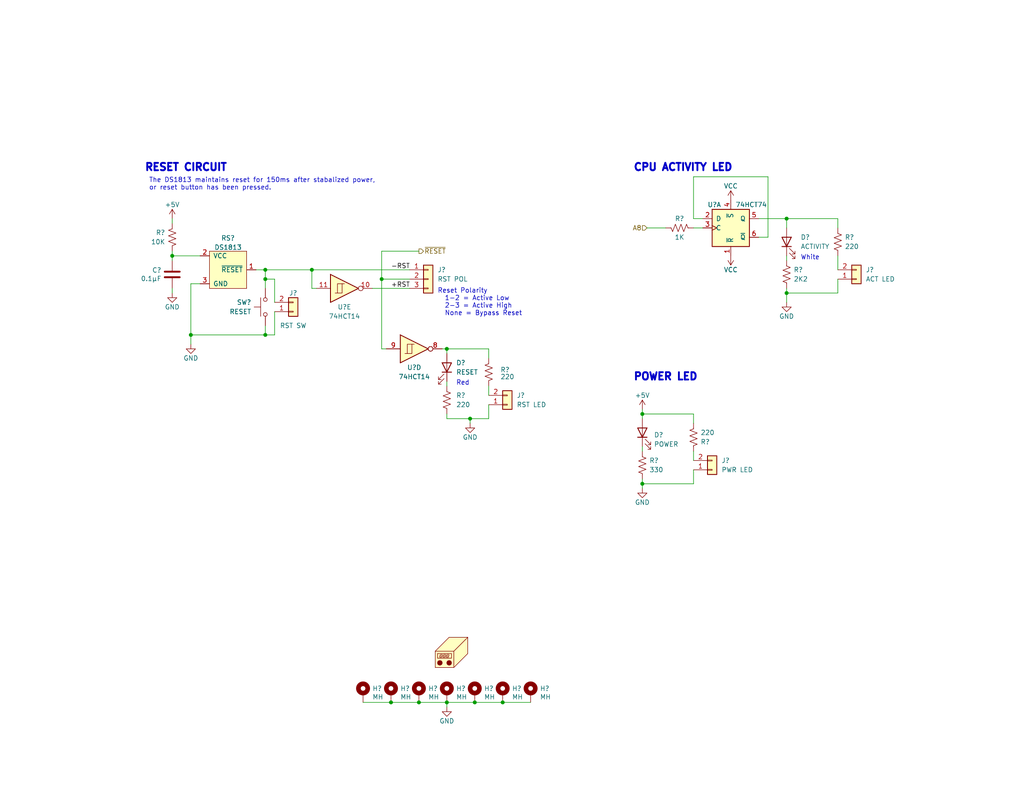
<source format=kicad_sch>
(kicad_sch (version 20230121) (generator eeschema)
  (paper "USLetter")
  (title_block (date "2023-08-12") (rev "2.1") (company "Frederic Segard  (@microhobbyist)"))
  (lib_symbols
    (symbol "0_Library:DS1813" (pin_names (offset 1.016))
      (property "Reference" "RS" (at 0 2.54 0))
      (property "Value" "DS1813" (at 0 0 0))
      (symbol "DS1813_0_1"
        (rectangle (start 5.08 -1.27) (end -5.08 -11.43) (fill (type background)))
      )
      (symbol "DS1813_1_1"
        (pin output line (at 7.62 -6.35 180) (length 2.54) (name "~{RESET}") (number "1"))
        (pin input line (at -7.62 -2.54 0) (length 2.54) (name "VCC") (number "2"))
        (pin power_in line (at -7.62 -10.16 0) (length 2.54) (name "GND") (number "3"))
      )
    )
    (symbol "74xx:74HC14" (pin_names (offset 1.016))
      (property "Reference" "U" (at 0 1.27 0))
      (property "Value" "74HC14" (at 0 -1.27 0))
      (symbol "74HC14_1_0"
        (polyline (pts (xy -3.81 3.81) (xy -3.81 -3.81) (xy 3.81 0) (xy -3.81 3.81)) (stroke (width 0.254)) (fill (type background)))
        (pin input line (at -7.62 0 0) (length 3.81) (name "~") (number "1"))
        (pin output inverted (at 7.62 0 180) (length 3.81) (name "~") (number "2"))
      )
      (symbol "74HC14_1_1"
        (polyline (pts (xy -1.905 -1.27) (xy -1.905 1.27) (xy -0.635 1.27)))
        (polyline (pts (xy -2.54 -1.27) (xy -0.635 -1.27) (xy -0.635 1.27) (xy 0 1.27)))
      )
      (symbol "74HC14_2_0"
        (polyline (pts (xy -3.81 3.81) (xy -3.81 -3.81) (xy 3.81 0) (xy -3.81 3.81)) (stroke (width 0.254)) (fill (type background)))
        (pin input line (at -7.62 0 0) (length 3.81) (name "~") (number "3"))
        (pin output inverted (at 7.62 0 180) (length 3.81) (name "~") (number "4"))
      )
      (symbol "74HC14_2_1"
        (polyline (pts (xy -1.905 -1.27) (xy -1.905 1.27) (xy -0.635 1.27)))
        (polyline (pts (xy -2.54 -1.27) (xy -0.635 -1.27) (xy -0.635 1.27) (xy 0 1.27)))
      )
      (symbol "74HC14_3_0"
        (polyline (pts (xy -3.81 3.81) (xy -3.81 -3.81) (xy 3.81 0) (xy -3.81 3.81)) (stroke (width 0.254)) (fill (type background)))
        (pin input line (at -7.62 0 0) (length 3.81) (name "~") (number "5"))
        (pin output inverted (at 7.62 0 180) (length 3.81) (name "~") (number "6"))
      )
      (symbol "74HC14_3_1"
        (polyline (pts (xy -1.905 -1.27) (xy -1.905 1.27) (xy -0.635 1.27)))
        (polyline (pts (xy -2.54 -1.27) (xy -0.635 -1.27) (xy -0.635 1.27) (xy 0 1.27)))
      )
      (symbol "74HC14_4_0"
        (polyline (pts (xy -3.81 3.81) (xy -3.81 -3.81) (xy 3.81 0) (xy -3.81 3.81)) (stroke (width 0.254)) (fill (type background)))
        (pin output inverted (at 7.62 0 180) (length 3.81) (name "~") (number "8"))
        (pin input line (at -7.62 0 0) (length 3.81) (name "~") (number "9"))
      )
      (symbol "74HC14_4_1"
        (polyline (pts (xy -1.905 -1.27) (xy -1.905 1.27) (xy -0.635 1.27)))
        (polyline (pts (xy -2.54 -1.27) (xy -0.635 -1.27) (xy -0.635 1.27) (xy 0 1.27)))
      )
      (symbol "74HC14_5_0"
        (polyline (pts (xy -3.81 3.81) (xy -3.81 -3.81) (xy 3.81 0) (xy -3.81 3.81)) (stroke (width 0.254)) (fill (type background)))
        (pin output inverted (at 7.62 0 180) (length 3.81) (name "~") (number "10"))
        (pin input line (at -7.62 0 0) (length 3.81) (name "~") (number "11"))
      )
      (symbol "74HC14_5_1"
        (polyline (pts (xy -1.905 -1.27) (xy -1.905 1.27) (xy -0.635 1.27)))
        (polyline (pts (xy -2.54 -1.27) (xy -0.635 -1.27) (xy -0.635 1.27) (xy 0 1.27)))
      )
      (symbol "74HC14_6_0"
        (polyline (pts (xy -3.81 3.81) (xy -3.81 -3.81) (xy 3.81 0) (xy -3.81 3.81)) (stroke (width 0.254)) (fill (type background)))
        (pin output inverted (at 7.62 0 180) (length 3.81) (name "~") (number "12"))
        (pin input line (at -7.62 0 0) (length 3.81) (name "~") (number "13"))
      )
      (symbol "74HC14_6_1"
        (polyline (pts (xy -1.905 -1.27) (xy -1.905 1.27) (xy -0.635 1.27)))
        (polyline (pts (xy -2.54 -1.27) (xy -0.635 -1.27) (xy -0.635 1.27) (xy 0 1.27)))
      )
      (symbol "74HC14_7_0"
        (pin power_in line (at 0 12.7 270) (length 5.08) (name "VCC") (number "14"))
        (pin power_in line (at 0 -12.7 90) (length 5.08) (name "GND") (number "7"))
      )
      (symbol "74HC14_7_1"
        (rectangle (start -5.08 7.62) (end 5.08 -7.62) (stroke (width 0.254)) (fill (type background)))
      )
    )
    (symbol "74xx:74HC74" (pin_names (offset 1.016))
      (property "Reference" "U" (at -7.62 8.89 0))
      (property "Value" "74HC74" (at -7.62 -8.89 0))
      (symbol "74HC74_1_0"
        (pin input line (at 0 -7.62 90) (length 2.54) (name "~{R}") (number "1"))
        (pin input line (at -7.62 2.54 0) (length 2.54) (name "D") (number "2"))
        (pin input clock (at -7.62 0 0) (length 2.54) (name "C") (number "3"))
        (pin input line (at 0 7.62 270) (length 2.54) (name "~{S}") (number "4"))
        (pin output line (at 7.62 2.54 180) (length 2.54) (name "Q") (number "5"))
        (pin output line (at 7.62 -2.54 180) (length 2.54) (name "~{Q}") (number "6"))
      )
      (symbol "74HC74_1_1"
        (rectangle (start -5.08 5.08) (end 5.08 -5.08) (stroke (width 0.254)) (fill (type background)))
      )
      (symbol "74HC74_2_0"
        (pin input line (at 0 7.62 270) (length 2.54) (name "~{S}") (number "10"))
        (pin input clock (at -7.62 0 0) (length 2.54) (name "C") (number "11"))
        (pin input line (at -7.62 2.54 0) (length 2.54) (name "D") (number "12"))
        (pin input line (at 0 -7.62 90) (length 2.54) (name "~{R}") (number "13"))
        (pin output line (at 7.62 -2.54 180) (length 2.54) (name "~{Q}") (number "8"))
        (pin output line (at 7.62 2.54 180) (length 2.54) (name "Q") (number "9"))
      )
      (symbol "74HC74_2_1"
        (rectangle (start -5.08 5.08) (end 5.08 -5.08) (stroke (width 0.254)) (fill (type background)))
      )
      (symbol "74HC74_3_0"
        (pin power_in line (at 0 10.16 270) (length 2.54) (name "VCC") (number "14"))
        (pin power_in line (at 0 -10.16 90) (length 2.54) (name "GND") (number "7"))
      )
      (symbol "74HC74_3_1"
        (rectangle (start -5.08 7.62) (end 5.08 -7.62) (stroke (width 0.254)) (fill (type background)))
      )
    )
    (symbol "Connector_Generic:Conn_01x02" (pin_names (offset 1.016) hide)
      (property "Reference" "J" (at 0 2.54 0))
      (property "Value" "Conn_01x02" (at 0 -5.08 0))
      (symbol "Conn_01x02_1_1"
        (rectangle (start -1.27 -2.413) (end 0 -2.667) (stroke (width 0.1524)))
        (rectangle (start -1.27 0.127) (end 0 -0.127) (stroke (width 0.1524)))
        (rectangle (start -1.27 1.27) (end 1.27 -3.81) (stroke (width 0.254)) (fill (type background)))
        (pin passive line (at -5.08 0 0) (length 3.81) (name "Pin_1") (number "1"))
        (pin passive line (at -5.08 -2.54 0) (length 3.81) (name "Pin_2") (number "2"))
      )
    )
    (symbol "Connector_Generic:Conn_01x03" (pin_names (offset 1.016) hide)
      (property "Reference" "J" (at 0 5.08 0))
      (property "Value" "Conn_01x03" (at 0 -5.08 0))
      (symbol "Conn_01x03_1_1"
        (rectangle (start -1.27 -2.413) (end 0 -2.667) (stroke (width 0.1524)))
        (rectangle (start -1.27 0.127) (end 0 -0.127) (stroke (width 0.1524)))
        (rectangle (start -1.27 2.667) (end 0 2.413) (stroke (width 0.1524)))
        (rectangle (start -1.27 3.81) (end 1.27 -3.81) (stroke (width 0.254)) (fill (type background)))
        (pin passive line (at -5.08 2.54 0) (length 3.81) (name "Pin_1") (number "1"))
        (pin passive line (at -5.08 0 0) (length 3.81) (name "Pin_2") (number "2"))
        (pin passive line (at -5.08 -2.54 0) (length 3.81) (name "Pin_3") (number "3"))
      )
    )
    (symbol "Device:C" (pin_numbers hide) (pin_names (offset 0.254))
      (property "Reference" "C" (at 0.635 2.54 0))
      (property "Value" "C" (at 0.635 -2.54 0))
      (symbol "C_0_1"
        (polyline (pts (xy -2.032 -0.762) (xy 2.032 -0.762)) (stroke (width 0.508)))
        (polyline (pts (xy -2.032 0.762) (xy 2.032 0.762)) (stroke (width 0.508)))
      )
      (symbol "C_1_1"
        (pin passive line (at 0 3.81 270) (length 2.794) (name "~") (number "1"))
        (pin passive line (at 0 -3.81 90) (length 2.794) (name "~") (number "2"))
      )
    )
    (symbol "Device:LED" (pin_numbers hide) (pin_names (offset 1.016) hide)
      (property "Reference" "D" (at 0 2.54 0))
      (property "Value" "LED" (at 0 -2.54 0))
      (symbol "LED_0_1"
        (polyline (pts (xy -1.27 -1.27) (xy -1.27 1.27)) (stroke (width 0.254)))
        (polyline (pts (xy -1.27 0) (xy 1.27 0)))
        (polyline (pts (xy 1.27 -1.27) (xy 1.27 1.27) (xy -1.27 0) (xy 1.27 -1.27)) (stroke (width 0.254)))
        (polyline (pts (xy -3.048 -0.762) (xy -4.572 -2.286) (xy -3.81 -2.286) (xy -4.572 -2.286) (xy -4.572 -1.524)))
        (polyline (pts (xy -1.778 -0.762) (xy -3.302 -2.286) (xy -2.54 -2.286) (xy -3.302 -2.286) (xy -3.302 -1.524)))
      )
      (symbol "LED_1_1"
        (pin passive line (at -3.81 0 0) (length 2.54) (name "K") (number "1"))
        (pin passive line (at 3.81 0 180) (length 2.54) (name "A") (number "2"))
      )
    )
    (symbol "Device:R_US" (pin_numbers hide) (pin_names (offset 0))
      (property "Reference" "R" (at 2.54 0 90))
      (property "Value" "R_US" (at -2.54 0 90))
      (symbol "R_US_0_1"
        (polyline (pts (xy 0 -2.286) (xy 0 -2.54)))
        (polyline (pts (xy 0 2.286) (xy 0 2.54)))
        (polyline (pts (xy 0 -0.762) (xy 1.016 -1.143) (xy 0 -1.524) (xy -1.016 -1.905) (xy 0 -2.286)))
        (polyline (pts (xy 0 0.762) (xy 1.016 0.381) (xy 0 0) (xy -1.016 -0.381) (xy 0 -0.762)))
        (polyline (pts (xy 0 2.286) (xy 1.016 1.905) (xy 0 1.524) (xy -1.016 1.143) (xy 0 0.762)))
      )
      (symbol "R_US_1_1"
        (pin passive line (at 0 3.81 270) (length 1.27) (name "~") (number "1"))
        (pin passive line (at 0 -3.81 90) (length 1.27) (name "~") (number "2"))
      )
    )
    (symbol "GND_12" (power) (pin_names (offset 0))
      (property "Value" "GND_12" (at 0 -3.81 0))
      (symbol "GND_12_0_1"
        (polyline (pts (xy 0 0) (xy 0 -1.27) (xy 1.27 -1.27) (xy 0 -2.54) (xy -1.27 -1.27) (xy 0 -1.27)))
      )
      (symbol "GND_12_1_1"
        (pin power_in line (at 0 0 270) (length 0) hide (name "GND") (number "1"))
      )
    )
    (symbol "GND_2" (power) (pin_names (offset 0))
      (property "Value" "GND_2" (at 0 -3.81 0))
      (symbol "GND_2_0_1"
        (polyline (pts (xy 0 0) (xy 0 -1.27) (xy 1.27 -1.27) (xy 0 -2.54) (xy -1.27 -1.27) (xy 0 -1.27)))
      )
      (symbol "GND_2_1_1"
        (pin power_in line (at 0 0 270) (length 0) hide (name "GND") (number "1"))
      )
    )
    (symbol "GND_6" (power) (pin_names (offset 0))
      (property "Value" "GND_6" (at 0 -3.81 0))
      (symbol "GND_6_0_1"
        (polyline (pts (xy 0 0) (xy 0 -1.27) (xy 1.27 -1.27) (xy 0 -2.54) (xy -1.27 -1.27) (xy 0 -1.27)))
      )
      (symbol "GND_6_1_1"
        (pin power_in line (at 0 0 270) (length 0) hide (name "GND") (number "1"))
      )
    )
    (symbol "Mechanical:Housing" (pin_names (offset 1.016))
      (property "Reference" "N" (at 3.81 0 0))
      (property "Value" "Housing" (at 3.81 -1.905 0))
      (symbol "Housing_0_1"
        (rectangle (start -5.08 -0.635) (end -1.27 -1.905))
        (circle (center -4.445 -3.175) (radius 0.635) (fill (type outline)))
        (circle (center -1.905 -3.175) (radius 0.635) (fill (type outline)))
        (polyline (pts (xy -4.5212 -1.5748) (xy -4.4704 -1.3716)))
        (polyline (pts (xy -4.4196 -1.6764) (xy -4.064 -1.6764)))
        (polyline (pts (xy -4.4196 -1.2192) (xy -4.3688 -0.9652)))
        (polyline (pts (xy -4.318 -1.3208) (xy -4.0132 -1.3208)))
        (polyline (pts (xy -4.2164 -0.9144) (xy -3.9116 -0.9144)))
        (polyline (pts (xy -3.9116 -1.6256) (xy -3.8608 -1.3716)))
        (polyline (pts (xy -3.81 -1.2192) (xy -3.7592 -0.9652)))
        (polyline (pts (xy -3.6068 -1.5748) (xy -3.556 -1.3716)))
        (polyline (pts (xy -3.5052 -1.6764) (xy -3.1496 -1.6764)))
        (polyline (pts (xy -3.5052 -1.2192) (xy -3.4544 -0.9652)))
        (polyline (pts (xy -3.4036 -1.3208) (xy -3.0988 -1.3208)))
        (polyline (pts (xy -3.302 -0.9144) (xy -2.9972 -0.9144)))
        (polyline (pts (xy -2.9972 -1.6256) (xy -2.9464 -1.3716)))
        (polyline (pts (xy -2.8956 -1.2192) (xy -2.8448 -0.9652)))
        (polyline (pts (xy -2.6924 -1.5748) (xy -2.6416 -1.3716)))
        (polyline (pts (xy -2.5908 -1.6764) (xy -2.2352 -1.6764)))
        (polyline (pts (xy -2.5908 -1.2192) (xy -2.54 -0.9652)))
        (polyline (pts (xy -2.4892 -1.3208) (xy -2.1844 -1.3208)))
        (polyline (pts (xy -2.3876 -0.9144) (xy -2.0828 -0.9144)))
        (polyline (pts (xy -2.0828 -1.6256) (xy -2.032 -1.3716)))
        (polyline (pts (xy -1.9812 -1.2192) (xy -1.9304 -0.9652)))
        (polyline (pts (xy -0.635 0) (xy -0.635 -4.445)))
        (polyline (pts (xy -5.715 0) (xy -0.635 0) (xy 3.175 3.81)))
        (polyline (pts (xy -5.715 0) (xy -5.715 -4.445) (xy -0.635 -4.445) (xy 3.175 -0.635) (xy 3.175 3.81) (xy -1.905 3.81) (xy -5.715 0)) (fill (type background)))
      )
    )
    (symbol "Mechanical:MountingHole_Pad" (pin_numbers hide) (pin_names (offset 1.016) hide)
      (property "Reference" "H" (at 0 6.35 0))
      (property "Value" "MountingHole_Pad" (at 0 4.445 0))
      (symbol "MountingHole_Pad_0_1"
        (circle (center 0 1.27) (radius 1.27) (stroke (width 1.27)))
      )
      (symbol "MountingHole_Pad_1_1"
        (pin input line (at 0 -2.54 90) (length 2.54) (name "1") (number "1"))
      )
    )
    (symbol "Switch:SW_Push" (pin_numbers hide) (pin_names (offset 1.016) hide)
      (property "Reference" "SW" (at 1.27 2.54 0))
      (property "Value" "SW_Push" (at 0 -1.524 0))
      (symbol "SW_Push_0_1"
        (circle (center -2.032 0) (radius 0.508))
        (polyline (pts (xy 0 1.27) (xy 0 3.048)))
        (polyline (pts (xy 2.54 1.27) (xy -2.54 1.27)))
        (circle (center 2.032 0) (radius 0.508))
        (pin passive line (at -5.08 0 0) (length 2.54) (name "1") (number "1"))
        (pin passive line (at 5.08 0 180) (length 2.54) (name "2") (number "2"))
      )
    )
    (symbol "power:+5V" (power) (pin_names (offset 0))
      (property "Value" "+5V" (at 0 3.556 0))
      (symbol "+5V_0_1"
        (polyline (pts (xy -0.762 1.27) (xy 0 2.54)))
        (polyline (pts (xy 0 0) (xy 0 2.54)))
        (polyline (pts (xy 0 2.54) (xy 0.762 1.27)))
      )
      (symbol "+5V_1_1"
        (pin power_in line (at 0 0 90) (length 0) hide (name "+5V") (number "1"))
      )
    )
    (symbol "power:VCC" (power) (pin_names (offset 0))
      (property "Value" "VCC" (at 0 3.81 0))
      (symbol "VCC_0_1"
        (polyline (pts (xy -0.762 1.27) (xy 0 2.54)))
        (polyline (pts (xy 0 0) (xy 0 2.54)))
        (polyline (pts (xy 0 2.54) (xy 0.762 1.27)))
      )
      (symbol "VCC_1_1"
        (pin power_in line (at 0 0 90) (length 0) hide (name "VCC") (number "1"))
      )
    )
  )
  (junction (at 72.39 76.2))
  (junction (at 104.14 76.2))
  (junction (at 214.63 59.69))
  (junction (at 72.39 91.44))
  (junction (at 137.16 191.77))
  (junction (at 46.99 69.85))
  (junction (at 214.63 80.01))
  (junction (at 128.27 114.3))
  (junction (at 129.54 191.77))
  (junction (at 175.26 132.08))
  (junction (at 52.07 91.44))
  (junction (at 175.26 113.03))
  (junction (at 121.92 191.77))
  (junction (at 106.68 191.77))
  (junction (at 72.39 73.66))
  (junction (at 121.92 95.25))
  (junction (at 114.3 191.77))
  (junction (at 85.09 73.66))
  (wire (pts (xy 104.14 68.58) (xy 114.3 68.58)))
  (wire (pts (xy 121.92 191.77) (xy 121.92 193.04)))
  (wire (pts (xy 104.14 95.25) (xy 105.41 95.25)))
  (wire (pts (xy 74.93 91.44) (xy 72.39 91.44)))
  (wire (pts (xy 228.6 76.2) (xy 228.6 80.01)))
  (wire (pts (xy 121.92 114.3) (xy 128.27 114.3)))
  (wire (pts (xy 129.54 191.77) (xy 137.16 191.77)))
  (wire (pts (xy 86.36 78.74) (xy 85.09 78.74)))
  (wire (pts (xy 101.6 78.74) (xy 111.76 78.74)))
  (wire (pts (xy 52.07 91.44) (xy 72.39 91.44)))
  (wire (pts (xy 69.85 73.66) (xy 72.39 73.66)))
  (wire (pts (xy 189.23 59.69) (xy 191.77 59.69)))
  (wire (pts (xy 207.01 64.77) (xy 209.55 64.77)))
  (wire (pts (xy 214.63 78.74) (xy 214.63 80.01)))
  (wire (pts (xy 46.99 68.58) (xy 46.99 69.85)))
  (wire (pts (xy 74.93 82.55) (xy 74.93 76.2)))
  (wire (pts (xy 120.65 95.25) (xy 121.92 95.25)))
  (wire (pts (xy 72.39 73.66) (xy 85.09 73.66)))
  (wire (pts (xy 128.27 114.3) (xy 128.27 115.57)))
  (wire (pts (xy 189.23 113.03) (xy 175.26 113.03)))
  (wire (pts (xy 133.35 95.25) (xy 133.35 97.79)))
  (wire (pts (xy 214.63 80.01) (xy 214.63 82.55)))
  (wire (pts (xy 114.3 191.77) (xy 121.92 191.77)))
  (wire (pts (xy 121.92 114.3) (xy 121.92 113.03)))
  (wire (pts (xy 189.23 128.27) (xy 189.23 132.08)))
  (wire (pts (xy 72.39 76.2) (xy 72.39 78.74)))
  (wire (pts (xy 214.63 59.69) (xy 214.63 62.23)))
  (wire (pts (xy 121.92 95.25) (xy 121.92 96.52)))
  (wire (pts (xy 46.99 78.74) (xy 46.99 80.01)))
  (wire (pts (xy 46.99 69.85) (xy 54.61 69.85)))
  (wire (pts (xy 85.09 73.66) (xy 111.76 73.66)))
  (wire (pts (xy 228.6 59.69) (xy 214.63 59.69)))
  (wire (pts (xy 114.3 191.77) (xy 106.68 191.77)))
  (wire (pts (xy 74.93 76.2) (xy 72.39 76.2)))
  (wire (pts (xy 111.76 76.2) (xy 104.14 76.2)))
  (wire (pts (xy 133.35 110.49) (xy 133.35 114.3)))
  (wire (pts (xy 189.23 48.26) (xy 189.23 59.69)))
  (wire (pts (xy 209.55 48.26) (xy 189.23 48.26)))
  (wire (pts (xy 189.23 62.23) (xy 191.77 62.23)))
  (wire (pts (xy 137.16 191.77) (xy 144.78 191.77)))
  (wire (pts (xy 228.6 59.69) (xy 228.6 62.23)))
  (wire (pts (xy 176.53 62.23) (xy 181.61 62.23)))
  (wire (pts (xy 175.26 113.03) (xy 175.26 114.3)))
  (wire (pts (xy 85.09 73.66) (xy 85.09 78.74)))
  (wire (pts (xy 133.35 105.41) (xy 133.35 107.95)))
  (wire (pts (xy 72.39 88.9) (xy 72.39 91.44)))
  (wire (pts (xy 207.01 59.69) (xy 214.63 59.69)))
  (wire (pts (xy 121.92 95.25) (xy 133.35 95.25)))
  (wire (pts (xy 175.26 132.08) (xy 189.23 132.08)))
  (wire (pts (xy 209.55 64.77) (xy 209.55 48.26)))
  (wire (pts (xy 214.63 69.85) (xy 214.63 71.12)))
  (wire (pts (xy 175.26 132.08) (xy 175.26 133.35)))
  (wire (pts (xy 128.27 114.3) (xy 133.35 114.3)))
  (wire (pts (xy 121.92 104.14) (xy 121.92 105.41)))
  (wire (pts (xy 129.54 191.77) (xy 121.92 191.77)))
  (wire (pts (xy 175.26 130.81) (xy 175.26 132.08)))
  (wire (pts (xy 228.6 69.85) (xy 228.6 73.66)))
  (wire (pts (xy 46.99 59.69) (xy 46.99 60.96)))
  (wire (pts (xy 214.63 80.01) (xy 228.6 80.01)))
  (wire (pts (xy 46.99 69.85) (xy 46.99 71.12)))
  (wire (pts (xy 52.07 93.98) (xy 52.07 91.44)))
  (wire (pts (xy 54.61 77.47) (xy 52.07 77.47)))
  (wire (pts (xy 99.06 191.77) (xy 106.68 191.77)))
  (wire (pts (xy 72.39 76.2) (xy 72.39 73.66)))
  (wire (pts (xy 104.14 76.2) (xy 104.14 68.58)))
  (wire (pts (xy 189.23 123.19) (xy 189.23 125.73)))
  (wire (pts (xy 52.07 77.47) (xy 52.07 91.44)))
  (wire (pts (xy 189.23 115.57) (xy 189.23 113.03)))
  (wire (pts (xy 175.26 111.76) (xy 175.26 113.03)))
  (wire (pts (xy 175.26 121.92) (xy 175.26 123.19)))
  (wire (pts (xy 74.93 85.09) (xy 74.93 91.44)))
  (wire (pts (xy 104.14 76.2) (xy 104.14 95.25)))
  (text "The DS1813 maintains reset for 150ms after stabalized power,\nor reset button has been pressed." (at 40.64 52.07 0) (effects (font (size 1.27 1.27)) (justify left bottom)))
  (text "White" (at 218.44 71.12 0) (effects (font (size 1.27 1.27)) (justify left bottom)))
  (text "Reset Polarity\n  1-2 = Active Low\n  2-3 = Active High\n  None = Bypass Reset" (at 119.38 86.36 0) (effects (font (size 1.27 1.27)) (justify left bottom)))
  (text "RESET CIRCUIT" (at 39.37 46.99 0) (effects (font (size 2 2) (thickness 0.508) bold) (justify left bottom)))
  (text "POWER LED" (at 172.72 104.14 0) (effects (font (size 2 2) (thickness 0.508) bold) (justify left bottom)))
  (text "CPU ACTIVITY LED" (at 172.72 46.99 0) (effects (font (size 2 2) (thickness 0.508) bold) (justify left bottom)))
  (text "Red" (at 124.436 105.362 0) (effects (font (size 1.27 1.27)) (justify left bottom)))
  (label "+RST" (at 106.68 78.74 0))
  (label "-RST" (at 106.68 73.66 0))
  (hierarchical_label "A8" (shape input) (at 176.53 62.23 180))
  (hierarchical_label "~{RESET}" (shape output) (at 114.3 68.58 0))
  (symbol (lib_id "Mechanical:MountingHole_Pad") (at 99.06 189.23 0) (unit 1)
    (property "Reference" "H?" (at 101.6 187.9854 0) (effects (justify left)))
    (property "Value" "MH" (at 101.6 190.2968 0) (effects (justify left)))
    (property "Footprint" "0 - Library:MountingHole_M3.96_Pad_Via_ATX" (effects hide))
    (instances (project "1 - ATX 16 bit ISA passive backplane" (path "" (reference "H?") (unit 1)) (path "" (reference "H?") (unit 1)) (path "" (reference "H1") (unit 1))))
  )
  (symbol (lib_id "Mechanical:MountingHole_Pad") (at 121.92 189.23 0) (unit 1)
    (property "Reference" "H?" (at 124.46 187.9854 0) (effects (justify left)))
    (property "Value" "MH" (at 124.46 190.2968 0) (effects (justify left)))
    (property "Footprint" "0 - Library:MountingHole_M3.96_Pad_Via_ATX" (effects hide))
    (instances (project "1 - ATX 16 bit ISA passive backplane" (path "" (reference "H?") (unit 1)) (path "" (reference "H?") (unit 1)) (path "" (reference "H4") (unit 1))))
  )
  (symbol (lib_name "GND_6") (lib_id "power:GND") (at 46.99 80.01 0) (unit 1)
    (property "Reference" "#PWR?" (effects hide))
    (property "Value" "GND" (at 46.99 83.82 0))
    (instances (project "1 - ATX 16 bit ISA passive backplane" (path "" (reference "#PWR?") (unit 1)) (path "" (reference "#PWR042") (unit 1))))
  )
  (symbol (lib_name "GND_2") (lib_id "power:GND") (at 52.07 93.98 0) (unit 1)
    (property "Reference" "#PWR044" (effects hide))
    (property "Value" "GND" (at 52.07 97.79 0))
  )
  (symbol (lib_id "Device:LED") (at 175.26 118.11 90) (unit 1)
    (property "Reference" "D?" (at 178.435 118.745 90) (effects (justify right)))
    (property "Value" "POWER" (at 178.435 121.285 90) (effects (justify right)))
    (property "Footprint" "LED_THT:LED_D3.0mm" (effects hide))
    (instances (project "1 - ATX 16 bit ISA passive backplane" (path "" (reference "D?") (unit 1)) (path "" (reference "D3") (unit 1))))
  )
  (symbol (lib_id "74xx:74HC14") (at 93.98 78.74 0) (unit 5)
    (property "Reference" "U?" (at 93.98 83.82 0))
    (property "Value" "74HCT14" (at 93.98 86.36 0))
    (property "Footprint" "Package_DIP:DIP-14_W7.62mm" (effects hide))
    (property "Datasheet" "http://www.ti.com/lit/gpn/sn74HC14" (effects hide))
    (instances (project "1 - ATX 16 bit ISA passive backplane" (path "" (reference "U?") (unit 5)) (path "" (reference "U1") (unit 5))))
  )
  (symbol (lib_id "Device:R_US") (at 189.23 119.38 0) (mirror x) (unit 1)
    (property "Reference" "R?" (at 191.135 120.65 0) (effects (justify left)))
    (property "Value" "220" (at 191.135 118.11 0) (effects (justify left)))
    (property "Footprint" "Resistor_THT:R_Axial_DIN0207_L6.3mm_D2.5mm_P10.16mm_Horizontal" (effects hide))
    (instances (project "1 - ATX 16 bit ISA passive backplane" (path "" (reference "R?") (unit 1)) (path "" (reference "R10") (unit 1))))
  )
  (symbol (lib_id "Connector_Generic:Conn_01x03") (at 116.84 76.2 0) (unit 1)
    (property "Reference" "J?" (at 119.38 73.66 0) (effects (justify left)))
    (property "Value" "RST POL" (at 119.38 76.2 0) (effects (justify left)))
    (property "Footprint" "Connector_PinHeader_2.54mm:PinHeader_1x03_P2.54mm_Vertical" (effects hide))
    (instances (project "1 - ATX 16 bit ISA passive backplane" (path "" (reference "J?") (unit 1)) (path "" (reference "J21") (unit 1))))
  )
  (symbol (lib_id "Connector_Generic:Conn_01x02") (at 194.31 128.27 0) (mirror x) (unit 1)
    (property "Reference" "J?" (at 196.85 125.73 0) (effects (justify left)))
    (property "Value" "PWR LED" (at 196.85 128.27 0) (effects (justify left)))
    (property "Footprint" "0 - Library:PinHeader_1x2_Vertical (Modified)" (effects hide))
    (instances (project "1 - ATX 16 bit ISA passive backplane" (path "" (reference "J?") (unit 1)) (path "" (reference "J?") (unit 1)) (path "" (reference "J25") (unit 1))))
  )
  (symbol (lib_id "Device:R_US") (at 185.42 62.23 270) (mirror x) (unit 1)
    (property "Reference" "R?" (at 185.42 59.69 90))
    (property "Value" "1K" (at 185.42 64.77 90))
    (property "Footprint" "Resistor_THT:R_Axial_DIN0207_L6.3mm_D2.5mm_P10.16mm_Horizontal" (effects hide))
    (instances (project "1 - ATX 16 bit ISA passive backplane" (path "" (reference "R?") (unit 1)) (path "" (reference "R4") (unit 1))))
  )
  (symbol (lib_id "Device:LED") (at 121.92 100.33 270) (mirror x) (unit 1)
    (property "Reference" "D?" (at 124.46 99.06 90) (effects (justify left)))
    (property "Value" "RESET" (at 124.46 101.6 90) (effects (justify left)))
    (property "Footprint" "LED_THT:LED_D3.0mm" (effects hide))
    (instances (project "1 - ATX 16 bit ISA passive backplane" (path "" (reference "D?") (unit 1)) (path "" (reference "D2") (unit 1))))
  )
  (symbol (lib_id "Device:R_US") (at 175.26 127 0) (unit 1)
    (property "Reference" "R?" (at 177.165 125.73 0) (effects (justify left)))
    (property "Value" "330" (at 177.165 128.27 0) (effects (justify left)))
    (property "Footprint" "Resistor_THT:R_Axial_DIN0207_L6.3mm_D2.5mm_P10.16mm_Horizontal" (effects hide))
    (instances (project "1 - ATX 16 bit ISA passive backplane" (path "" (reference "R?") (unit 1)) (path "" (reference "R11") (unit 1))))
  )
  (symbol (lib_name "GND_2") (lib_id "power:GND") (at 121.92 193.04 0) (unit 1)
    (property "Reference" "#PWR048" (effects hide))
    (property "Value" "GND" (at 121.92 196.85 0))
  )
  (symbol (lib_id "power:VCC") (at 199.39 69.85 180) (unit 1)
    (property "Reference" "#PWR?" (effects hide))
    (property "Value" "VCC" (at 199.39 73.66 0))
    (instances (project "1 - ATX 16 bit ISA passive backplane" (path "" (reference "#PWR?") (unit 1)) (path "" (reference "#PWR041") (unit 1))))
  )
  (symbol (lib_id "Mechanical:MountingHole_Pad") (at 114.3 189.23 0) (unit 1)
    (property "Reference" "H?" (at 116.84 187.9854 0) (effects (justify left)))
    (property "Value" "MH" (at 116.84 190.2968 0) (effects (justify left)))
    (property "Footprint" "0 - Library:MountingHole_M3.96_Pad_Via_ATX" (effects hide))
    (instances (project "1 - ATX 16 bit ISA passive backplane" (path "" (reference "H?") (unit 1)) (path "" (reference "H?") (unit 1)) (path "" (reference "H3") (unit 1))))
  )
  (symbol (lib_id "Device:C") (at 46.99 74.93 0) (mirror y) (unit 1)
    (property "Reference" "C?" (at 44.069 73.7616 0) (effects (justify left)))
    (property "Value" "0.1µF" (at 44.069 76.073 0) (effects (justify left)))
    (property "Footprint" "Capacitor_THT:C_Disc_D3.0mm_W1.6mm_P2.50mm" (effects hide))
    (instances (project "1 - ATX 16 bit ISA passive backplane" (path "" (reference "C?") (unit 1)) (path "" (reference "C?") (unit 1)) (path "" (reference "C47") (unit 1))))
  )
  (symbol (lib_id "Device:R_US") (at 133.35 101.6 0) (mirror x) (unit 1)
    (property "Reference" "R?" (at 136.525 100.965 0) (effects (justify left)))
    (property "Value" "220" (at 136.525 102.87 0) (effects (justify left)))
    (property "Footprint" "Resistor_THT:R_Axial_DIN0207_L6.3mm_D2.5mm_P10.16mm_Horizontal" (effects hide))
    (instances (project "1 - ATX 16 bit ISA passive backplane" (path "" (reference "R?") (unit 1)) (path "" (reference "R8") (unit 1))))
  )
  (symbol (lib_id "Mechanical:MountingHole_Pad") (at 137.16 189.23 0) (unit 1)
    (property "Reference" "H?" (at 139.7 187.9854 0) (effects (justify left)))
    (property "Value" "MH" (at 139.7 190.2968 0) (effects (justify left)))
    (property "Footprint" "0 - Library:MountingHole_M3.96_Pad_Via_ATX" (effects hide))
    (instances (project "1 - ATX 16 bit ISA passive backplane" (path "" (reference "H?") (unit 1)) (path "" (reference "H?") (unit 1)) (path "" (reference "H6") (unit 1))))
  )
  (symbol (lib_id "Device:R_US") (at 228.6 66.04 0) (unit 1)
    (property "Reference" "R?" (at 230.505 64.77 0) (effects (justify left)))
    (property "Value" "220" (at 230.505 67.31 0) (effects (justify left)))
    (property "Footprint" "Resistor_THT:R_Axial_DIN0207_L6.3mm_D2.5mm_P10.16mm_Horizontal" (effects hide))
    (instances (project "1 - ATX 16 bit ISA passive backplane" (path "" (reference "R?") (unit 1)) (path "" (reference "R6") (unit 1))))
  )
  (symbol (lib_id "Mechanical:MountingHole_Pad") (at 129.54 189.23 0) (unit 1)
    (property "Reference" "H?" (at 132.08 187.9854 0) (effects (justify left)))
    (property "Value" "MH" (at 132.08 190.2968 0) (effects (justify left)))
    (property "Footprint" "0 - Library:MountingHole_M3.96_Pad_Via_ATX" (effects hide))
    (instances (project "1 - ATX 16 bit ISA passive backplane" (path "" (reference "H?") (unit 1)) (path "" (reference "H?") (unit 1)) (path "" (reference "H5") (unit 1))))
  )
  (symbol (lib_id "Mechanical:Housing") (at 124.46 177.8 0) (unit 1) (in_bom no)
    (property "Reference" "N?" (effects hide))
    (property "Value" "Housing" (effects hide))
    (property "Footprint" "0 - Library:ATX_Backplane" (effects hide))
    (property "Sim.Enable" "0" (effects hide))
    (instances (project "1 - ATX 16 bit ISA passive backplane" (path "" (reference "N?") (unit 1)) (path "" (reference "N?") (unit 1)) (path "" (reference "N1") (unit 1))))
  )
  (symbol (lib_id "Connector_Generic:Conn_01x02") (at 233.68 76.2 0) (mirror x) (unit 1)
    (property "Reference" "J?" (at 236.22 73.66 0) (effects (justify left)))
    (property "Value" "ACT LED" (at 236.22 76.2 0) (effects (justify left)))
    (property "Footprint" "0 - Library:PinHeader_1x2_Vertical (Modified)" (effects hide))
    (instances (project "1 - ATX 16 bit ISA passive backplane" (path "" (reference "J?") (unit 1)) (path "" (reference "J?") (unit 1)) (path "" (reference "J22") (unit 1))))
  )
  (symbol (lib_id "Connector_Generic:Conn_01x02") (at 138.43 110.49 0) (mirror x) (unit 1)
    (property "Reference" "J?" (at 140.97 107.95 0) (effects (justify left)))
    (property "Value" "RST LED" (at 140.97 110.49 0) (effects (justify left)))
    (property "Footprint" "0 - Library:PinHeader_1x2_Vertical (Modified)" (effects hide))
    (instances (project "1 - ATX 16 bit ISA passive backplane" (path "" (reference "J?") (unit 1)) (path "" (reference "J24") (unit 1))))
  )
  (symbol (lib_id "74xx:74HC74") (at 199.39 62.23 0) (unit 1)
    (property "Reference" "U?" (at 193.04 55.88 0) (effects (justify left)))
    (property "Value" "74HCT74" (at 200.66 55.88 0) (effects (justify left)))
    (property "Footprint" "Package_DIP:DIP-14_W7.62mm" (effects hide))
    (property "Datasheet" "74xx/74hc_hct74.pdf" (effects hide))
    (instances (project "1 - ATX 16 bit ISA passive backplane" (path "" (reference "U?") (unit 1)) (path "" (reference "U3") (unit 2))))
  )
  (symbol (lib_name "GND_2") (lib_id "power:GND") (at 214.63 82.55 0) (unit 1)
    (property "Reference" "#PWR043" (effects hide))
    (property "Value" "GND" (at 214.63 86.36 0))
    (instances (project "1 - ATX 16 bit ISA passive backplane" (path "" (reference "#PWR043") (unit 1)) (path "" (reference "#PWR?") (unit 1))))
  )
  (symbol (lib_id "0_Library:DS1813") (at 62.23 67.31 0) (unit 1)
    (property "Reference" "RS?" (at 62.23 65.0072 0))
    (property "Value" "DS1813" (at 62.23 67.5441 0))
    (property "Footprint" "Package_TO_SOT_THT:TO-92L_Inline_Wide" (effects hide))
    (property "Datasheet" "https://datasheets.maximintegrated.com/en/ds/DS1813.pdf" (effects hide))
    (instances (project "1 - ATX 16 bit ISA passive backplane" (path "" (reference "RS?") (unit 1)) (path "" (reference "RS1") (unit 1))))
  )
  (symbol (lib_id "power:+5V") (at 46.99 59.69 0) (unit 1)
    (property "Reference" "#PWR040" (effects hide))
    (property "Value" "+5V" (at 46.99 55.88 0))
  )
  (symbol (lib_id "Device:R_US") (at 46.99 64.77 0) (mirror y) (unit 1)
    (property "Reference" "R?" (at 45.085 63.5 0) (effects (justify left)))
    (property "Value" "10K" (at 45.085 66.04 0) (effects (justify left)))
    (property "Footprint" "Resistor_THT:R_Axial_DIN0207_L6.3mm_D2.5mm_P10.16mm_Horizontal" (effects hide))
    (instances (project "1 - ATX 16 bit ISA passive backplane" (path "" (reference "R?") (unit 1)) (path "" (reference "R5") (unit 1))))
  )
  (symbol (lib_id "Mechanical:MountingHole_Pad") (at 144.78 189.23 0) (unit 1)
    (property "Reference" "H?" (at 147.32 187.9854 0) (effects (justify left)))
    (property "Value" "MH" (at 147.32 190.2968 0) (effects (justify left)))
    (property "Footprint" "0 - Library:MountingHole_M3.96_Pad_Via_ATX" (effects hide))
    (instances (project "1 - ATX 16 bit ISA passive backplane" (path "" (reference "H?") (unit 1)) (path "" (reference "H?") (unit 1)) (path "" (reference "H7") (unit 1))))
  )
  (symbol (lib_id "74xx:74HC14") (at 113.03 95.25 0) (unit 4)
    (property "Reference" "U?" (at 113.03 100.33 0))
    (property "Value" "74HCT14" (at 113.03 102.87 0))
    (property "Footprint" "Package_DIP:DIP-14_W7.62mm" (effects hide))
    (property "Datasheet" "http://www.ti.com/lit/gpn/sn74HC14" (effects hide))
    (instances (project "1 - ATX 16 bit ISA passive backplane" (path "" (reference "U?") (unit 4)) (path "" (reference "U1") (unit 4))))
  )
  (symbol (lib_id "Switch:SW_Push") (at 72.39 83.82 90) (mirror x) (unit 1)
    (property "Reference" "SW?" (at 68.58 82.55 90) (effects (justify left)))
    (property "Value" "RESET" (at 68.58 85.09 90) (effects (justify left)))
    (property "Footprint" "Button_Switch_THT:SW_PUSH-12mm" (effects hide))
    (instances (project "1 - ATX 16 bit ISA passive backplane" (path "" (reference "SW?") (unit 1)) (path "" (reference "SW2") (unit 1))))
  )
  (symbol (lib_id "Connector_Generic:Conn_01x02") (at 80.01 85.09 0) (mirror x) (unit 1)
    (property "Reference" "J?" (at 80.01 80.01 0))
    (property "Value" "RST SW" (at 80.01 88.9 0))
    (property "Footprint" "0 - Library:PinHeader_1x2_Vertical (Modified)" (effects hide))
    (instances (project "1 - ATX 16 bit ISA passive backplane" (path "" (reference "J?") (unit 1)) (path "" (reference "J23") (unit 1))))
  )
  (symbol (lib_name "GND_2") (lib_id "power:GND") (at 128.27 115.57 0) (unit 1)
    (property "Reference" "#PWR046" (effects hide))
    (property "Value" "GND" (at 128.27 119.38 0))
  )
  (symbol (lib_id "Device:LED") (at 214.63 66.04 90) (unit 1)
    (property "Reference" "D?" (at 218.44 64.77 90) (effects (justify right)))
    (property "Value" "ACTIVITY" (at 218.44 67.31 90) (effects (justify right)))
    (property "Footprint" "LED_THT:LED_D3.0mm" (effects hide))
    (instances (project "1 - ATX 16 bit ISA passive backplane" (path "" (reference "D?") (unit 1)) (path "" (reference "D1") (unit 1))))
  )
  (symbol (lib_id "Device:R_US") (at 214.63 74.93 0) (unit 1)
    (property "Reference" "R?" (at 216.535 73.66 0) (effects (justify left)))
    (property "Value" "2K2" (at 216.535 76.2 0) (effects (justify left)))
    (property "Footprint" "Resistor_THT:R_Axial_DIN0207_L6.3mm_D2.5mm_P10.16mm_Horizontal" (effects hide))
    (instances (project "1 - ATX 16 bit ISA passive backplane" (path "" (reference "R?") (unit 1)) (path "" (reference "R7") (unit 1))))
  )
  (symbol (lib_id "power:+5V") (at 175.26 111.76 0) (unit 1)
    (property "Reference" "#PWR045" (effects hide))
    (property "Value" "+5V" (at 175.26 107.95 0))
  )
  (symbol (lib_id "Mechanical:MountingHole_Pad") (at 106.68 189.23 0) (unit 1)
    (property "Reference" "H?" (at 109.22 187.9854 0) (effects (justify left)))
    (property "Value" "MH" (at 109.22 190.2968 0) (effects (justify left)))
    (property "Footprint" "0 - Library:MountingHole_M3.96_Pad_Via_ATX" (effects hide))
    (instances (project "1 - ATX 16 bit ISA passive backplane" (path "" (reference "H?") (unit 1)) (path "" (reference "H?") (unit 1)) (path "" (reference "H2") (unit 1))))
  )
  (symbol (lib_id "power:VCC") (at 199.39 54.61 0) (unit 1)
    (property "Reference" "#PWR?" (effects hide))
    (property "Value" "VCC" (at 199.39 50.8 0))
    (instances (project "1 - ATX 16 bit ISA passive backplane" (path "" (reference "#PWR?") (unit 1)) (path "" (reference "#PWR039") (unit 1))))
  )
  (symbol (lib_name "GND_12") (lib_id "power:GND") (at 175.26 133.35 0) (unit 1)
    (property "Reference" "#PWR?" (effects hide))
    (property "Value" "GND" (at 175.26 137.16 0))
    (instances (project "1 - ATX 16 bit ISA passive backplane" (path "" (reference "#PWR?") (unit 1)) (path "" (reference "#PWR047") (unit 1))))
  )
  (symbol (lib_id "Device:R_US") (at 121.92 109.22 0) (unit 1)
    (property "Reference" "R?" (at 124.46 107.95 0) (effects (justify left)))
    (property "Value" "220" (at 124.46 110.49 0) (effects (justify left)))
    (property "Footprint" "Resistor_THT:R_Axial_DIN0207_L6.3mm_D2.5mm_P10.16mm_Horizontal" (effects hide))
    (instances (project "1 - ATX 16 bit ISA passive backplane" (path "" (reference "R?") (unit 1)) (path "" (reference "R9") (unit 1))))
  )
)
</source>
